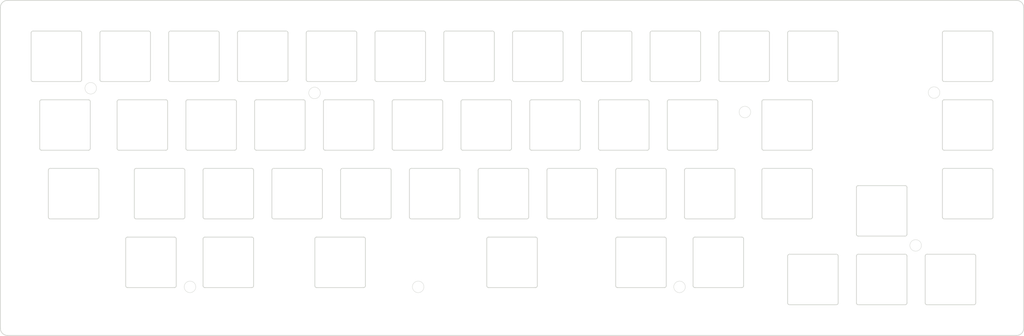
<source format=kicad_pcb>
(kicad_pcb (version 20211014) (generator pcbnew)

  (general
    (thickness 1.6)
  )

  (paper "A3")
  (layers
    (0 "F.Cu" signal)
    (31 "B.Cu" signal)
    (32 "B.Adhes" user "B.Adhesive")
    (33 "F.Adhes" user "F.Adhesive")
    (34 "B.Paste" user)
    (35 "F.Paste" user)
    (36 "B.SilkS" user "B.Silkscreen")
    (37 "F.SilkS" user "F.Silkscreen")
    (38 "B.Mask" user)
    (39 "F.Mask" user)
    (40 "Dwgs.User" user "User.Drawings")
    (41 "Cmts.User" user "User.Comments")
    (42 "Eco1.User" user "User.Eco1")
    (43 "Eco2.User" user "User.Eco2")
    (44 "Edge.Cuts" user)
    (45 "Margin" user)
    (46 "B.CrtYd" user "B.Courtyard")
    (47 "F.CrtYd" user "F.Courtyard")
    (48 "B.Fab" user)
    (49 "F.Fab" user)
    (50 "User.1" user)
    (51 "User.2" user)
    (52 "User.3" user)
    (53 "User.4" user)
    (54 "User.5" user)
    (55 "User.6" user)
    (56 "User.7" user)
    (57 "User.8" user)
    (58 "User.9" user)
  )

  (setup
    (pad_to_mask_clearance 0)
    (pcbplotparams
      (layerselection 0x00010fc_ffffffff)
      (disableapertmacros false)
      (usegerberextensions false)
      (usegerberattributes true)
      (usegerberadvancedattributes true)
      (creategerberjobfile true)
      (svguseinch false)
      (svgprecision 6)
      (excludeedgelayer true)
      (plotframeref false)
      (viasonmask false)
      (mode 1)
      (useauxorigin false)
      (hpglpennumber 1)
      (hpglpenspeed 20)
      (hpglpendiameter 15.000000)
      (dxfpolygonmode true)
      (dxfimperialunits true)
      (dxfusepcbnewfont true)
      (psnegative false)
      (psa4output false)
      (plotreference true)
      (plotvalue true)
      (plotinvisibletext false)
      (sketchpadsonfab false)
      (subtractmaskfromsilk false)
      (outputformat 1)
      (mirror false)
      (drillshape 1)
      (scaleselection 1)
      (outputdirectory "")
    )
  )

  (net 0 "")

  (gr_circle (center 264.5 109.5) (end 266.1 109.5) (layer "Edge.Cuts") (width 0.1) (fill none) (tstamp 007dcc03-25f1-42ef-8c0e-0ceb0298f600))
  (gr_line (start 210.16875 125.14375) (end 223.16875 125.14375) (layer "Edge.Cuts") (width 0.2) (tstamp 00bb7e39-0320-4f8b-99d9-2e5da83ead4f))
  (gr_line (start 333.20625 106.59375) (end 333.20625 119.59375) (layer "Edge.Cuts") (width 0.2) (tstamp 01b31220-8e1d-4c17-848a-15a91494125c))
  (gr_arc (start 289.84375 148.95625) (mid 290.197303 149.102697) (end 290.34375 149.45625) (layer "Edge.Cuts") (width 0.2) (tstamp 01b8eedd-ae74-4b45-b73d-938715e52646))
  (gr_arc (start 127.91875 144.19375) (mid 128.272303 144.340197) (end 128.41875 144.69375) (layer "Edge.Cuts") (width 0.2) (tstamp 028d74fa-2f16-4c3a-8428-3fa4a4bf7912))
  (gr_line (start 233.19375 87.54375) (end 233.19375 100.54375) (layer "Edge.Cuts") (width 0.2) (tstamp 02de82f7-d081-4ff2-a487-004794c1ccb0))
  (gr_arc (start 256.50625 106.09375) (mid 256.859803 106.240197) (end 257.00625 106.59375) (layer "Edge.Cuts") (width 0.2) (tstamp 0382df89-cfce-4ecb-86c3-af3dc1a484c7))
  (gr_arc (start 128.41875 157.69375) (mid 128.272303 158.047303) (end 127.91875 158.19375) (layer "Edge.Cuts") (width 0.2) (tstamp 040be09b-fff3-440f-913b-b09021edb710))
  (gr_line (start 229.21875 158.19375) (end 242.21875 158.19375) (layer "Edge.Cuts") (width 0.2) (tstamp 06054932-80b8-49cb-8902-394614383fcf))
  (gr_line (start 67.29375 87.04375) (end 80.29375 87.04375) (layer "Edge.Cuts") (width 0.2) (tstamp 067a2a23-7727-44e8-83ff-89b72a1f17eb))
  (gr_line (start 118.89375 87.54375) (end 118.89375 100.54375) (layer "Edge.Cuts") (width 0.2) (tstamp 06cd6ad9-8f23-4fb2-9ca5-2f12265fff35))
  (gr_arc (start 200.14375 87.54375) (mid 200.290197 87.190197) (end 200.64375 87.04375) (layer "Edge.Cuts") (width 0.2) (tstamp 07230e7e-be2d-4f54-a4ea-cd0f9b733a3c))
  (gr_arc (start 319.70625 120.09375) (mid 319.352697 119.947303) (end 319.20625 119.59375) (layer "Edge.Cuts") (width 0.2) (tstamp 0748c737-e6ad-4092-ba33-c30621f2f1ad))
  (gr_line (start 228.71875 125.64375) (end 228.71875 138.64375) (layer "Edge.Cuts") (width 0.2) (tstamp 088b7da3-416c-4131-900f-d8713892ebfb))
  (gr_arc (start 95.36875 125.64375) (mid 95.515197 125.290197) (end 95.86875 125.14375) (layer "Edge.Cuts") (width 0.2) (tstamp 0a917514-9300-4147-936c-793c5f16fdf6))
  (gr_line (start 228.71875 144.69375) (end 228.71875 157.69375) (layer "Edge.Cuts") (width 0.2) (tstamp 0b4ecec9-9f49-4c50-942d-2d643a6ae2ad))
  (gr_arc (start 128.41875 138.64375) (mid 128.272303 138.997303) (end 127.91875 139.14375) (layer "Edge.Cuts") (width 0.2) (tstamp 0bb01070-edf8-42ae-9796-9b6d243928c1))
  (gr_line (start 128.70625 106.59375) (end 128.70625 119.59375) (layer "Edge.Cuts") (width 0.2) (tstamp 0c3a3f9a-ba40-4124-a117-617e6829d1dd))
  (gr_line (start 319.70625 87.04375) (end 332.70625 87.04375) (layer "Edge.Cuts") (width 0.2) (tstamp 0c52508e-d623-46ca-96be-7c2dfd9325a8))
  (gr_line (start 269.7 139.14375) (end 282.7 139.14375) (layer "Edge.Cuts") (width 0.2) (tstamp 0d01f4e1-831c-48ad-ad96-d0fdbda0c65a))
  (gr_line (start 283.2 125.64375) (end 283.2 138.64375) (layer "Edge.Cuts") (width 0.2) (tstamp 0d2e0cb7-b4a2-4606-98ca-13501e04917d))
  (gr_line (start 295.89375 143.90625) (end 308.89375 143.90625) (layer "Edge.Cuts") (width 0.2) (tstamp 0d3254bf-663d-4592-ac31-764aadc8bb69))
  (gr_arc (start 93.4875 158.19375) (mid 93.133979 158.047286) (end 92.9875 157.69375) (layer "Edge.Cuts") (width 0.2) (tstamp 0dde29e7-2dad-4327-b953-f503730246b4))
  (gr_line (start 191.11875 139.14375) (end 204.11875 139.14375) (layer "Edge.Cuts") (width 0.2) (tstamp 0de1de40-265a-4443-a5cf-b0b7ffeabd9b))
  (gr_line (start 185.56875 125.64375) (end 185.56875 138.64375) (layer "Edge.Cuts") (width 0.2) (tstamp 0ee54604-3a98-4747-b34a-739f136548ca))
  (gr_line (start 309.39375 130.40625) (end 309.39375 143.40625) (layer "Edge.Cuts") (width 0.2) (tstamp 0f3e88c5-7c59-4bbe-8cca-5d23c28ec822))
  (gr_line (start 193.5 158.19375) (end 206.5 158.19375) (layer "Edge.Cuts") (width 0.2) (tstamp 0fccb43f-8adb-4d51-b468-cb0318efd15c))
  (gr_arc (start 276.34375 87.54375) (mid 276.490197 87.190197) (end 276.84375 87.04375) (layer "Edge.Cuts") (width 0.2) (tstamp 102aab35-7cb0-413e-9630-c4650f45d7b2))
  (gr_arc (start 190.61875 125.64375) (mid 190.765197 125.290197) (end 191.11875 125.14375) (layer "Edge.Cuts") (width 0.2) (tstamp 11535ec8-8145-44a9-ad1d-1ffea43fda42))
  (gr_arc (start 83.175 119.59375) (mid 83.028556 119.947321) (end 82.675 120.09375) (layer "Edge.Cuts") (width 0.2) (tstamp 13309a3d-7bd9-4761-97fe-2d653f2c09aa))
  (gr_line (start 86.34375 87.04375) (end 99.34375 87.04375) (layer "Edge.Cuts") (width 0.2) (tstamp 13f2829a-47f9-4fa9-8c9f-762937f7f0fe))
  (gr_arc (start 341.73125 169.48125) (mid 341.145508 170.895508) (end 339.73125 171.48125) (layer "Edge.Cuts") (width 0.2) (tstamp 1529fcfc-7476-4c0e-a6a9-3dbee500cda7))
  (gr_line (start 95.36875 125.64375) (end 95.36875 138.64375) (layer "Edge.Cuts") (width 0.2) (tstamp 16deb940-27af-4bee-8964-2f87efb5aa70))
  (gr_arc (start 247.76875 125.64375) (mid 247.915197 125.290197) (end 248.26875 125.14375) (layer "Edge.Cuts") (width 0.2) (tstamp 171bc100-4e97-4a46-a8b2-519f971d23d4))
  (gr_line (start 219.69375 87.04375) (end 232.69375 87.04375) (layer "Edge.Cuts") (width 0.2) (tstamp 1917be76-1854-4504-926a-e4b5144fd7d2))
  (gr_circle (center 110.8 158) (end 112.4 158) (layer "Edge.Cuts") (width 0.1) (fill none) (tstamp 1973518f-7b3b-4ace-bca5-47e218a941ce))
  (gr_line (start 105.39375 101.04375) (end 118.39375 101.04375) (layer "Edge.Cuts") (width 0.2) (tstamp 1ba28633-4b04-4853-864a-909e1026eeec))
  (gr_arc (start 146.96875 125.14375) (mid 147.322303 125.290197) (end 147.46875 125.64375) (layer "Edge.Cuts") (width 0.2) (tstamp 1d576fc7-b839-402b-b18c-136a2b585195))
  (gr_arc (start 204.11875 125.14375) (mid 204.472303 125.290197) (end 204.61875 125.64375) (layer "Edge.Cuts") (width 0.2) (tstamp 1e0729ee-a421-44f0-8104-670ded23382f))
  (gr_line (start 109.65625 106.59375) (end 109.65625 119.59375) (layer "Edge.Cuts") (width 0.2) (tstamp 1e6f0662-fea0-4190-91f2-e3f124626ed2))
  (gr_arc (start 237.95625 119.59375) (mid 237.809803 119.947303) (end 237.45625 120.09375) (layer "Edge.Cuts") (width 0.2) (tstamp 1e9ba123-d7e8-416c-8125-ade567450494))
  (gr_line (start 143.49375 87.04375) (end 156.49375 87.04375) (layer "Edge.Cuts") (width 0.2) (tstamp 1fac57c6-715d-442f-b4cc-2a0b5a6a9555))
  (gr_arc (start 176.04375 100.54375) (mid 175.897303 100.897303) (end 175.54375 101.04375) (layer "Edge.Cuts") (width 0.2) (tstamp 2010faaf-7820-44a5-baf6-586936d991c2))
  (gr_arc (start 185.56875 138.64375) (mid 185.422303 138.997303) (end 185.06875 139.14375) (layer "Edge.Cuts") (width 0.2) (tstamp 209dc3b4-d4d1-48b3-9e4f-214ee79717a2))
  (gr_arc (start 269.2 125.64375) (mid 269.346444 125.290179) (end 269.7 125.14375) (layer "Edge.Cuts") (width 0.2) (tstamp 209df646-ca51-4684-b7a7-0675b6df2881))
  (gr_line (start 137.94375 87.54375) (end 137.94375 100.54375) (layer "Edge.Cuts") (width 0.2) (tstamp 20afeee9-7032-403e-9b15-b4095d866d3a))
  (gr_arc (start 185.06875 125.14375) (mid 185.422303 125.290197) (end 185.56875 125.64375) (layer "Edge.Cuts") (width 0.2) (tstamp 20b5b2b9-9126-4efd-8be2-f2f049c88c0e))
  (gr_arc (start 123.15625 106.09375) (mid 123.509803 106.240197) (end 123.65625 106.59375) (layer "Edge.Cuts") (width 0.2) (tstamp 20e63062-f70d-4e61-8b67-159708697773))
  (gr_line (start 283.2 106.59375) (end 283.2 119.59375) (layer "Edge.Cuts") (width 0.2) (tstamp 219dd80a-197a-4715-99e4-06f2a5906fc8))
  (gr_line (start 147.75625 106.59375) (end 147.75625 119.59375) (layer "Edge.Cuts") (width 0.2) (tstamp 21a5462d-8735-4418-8ff1-439d993dcbcc))
  (gr_arc (start 110.15625 120.09375) (mid 109.802697 119.947303) (end 109.65625 119.59375) (layer "Edge.Cuts") (width 0.2) (tstamp 228fe917-c982-4751-b29e-83040e43dd57))
  (gr_line (start 229.21875 144.19375) (end 242.21875 144.19375) (layer "Edge.Cuts") (width 0.2) (tstamp 22ecf803-e863-4093-8837-87fdb54111fb))
  (gr_line (start 319.70625 139.14375) (end 332.70625 139.14375) (layer "Edge.Cuts") (width 0.2) (tstamp 231ba34f-adba-4e01-94a3-3e95282312ee))
  (gr_arc (start 109.65625 106.59375) (mid 109.802697 106.240197) (end 110.15625 106.09375) (layer "Edge.Cuts") (width 0.2) (tstamp 241647bd-fff1-4ca7-a28a-f8f6b7a34709))
  (gr_arc (start 71.55625 125.64375) (mid 71.702697 125.290197) (end 72.05625 125.14375) (layer "Edge.Cuts") (width 0.2) (tstamp 24f21eb2-b633-452f-bbc4-5c12e9bc24c1))
  (gr_line (start 276.84375 87.04375) (end 289.84375 87.04375) (layer "Edge.Cuts") (width 0.2) (tstamp 2589232e-e2f5-4b12-a93c-a10083419de6))
  (gr_arc (start 199.85625 119.59375) (mid 199.709803 119.947303) (end 199.35625 120.09375) (layer "Edge.Cuts") (width 0.2) (tstamp 25cc0180-9b0d-4d51-bf14-f74b01e928e0))
  (gr_line (start 186.35625 120.09375) (end 199.35625 120.09375) (layer "Edge.Cuts") (width 0.2) (tstamp 262b4754-74a2-4f64-8787-1337f16c28b7))
  (gr_line (start 109.36875 125.64375) (end 109.36875 138.64375) (layer "Edge.Cuts") (width 0.2) (tstamp 271aaf44-5321-4802-8759-94186cd4e659))
  (gr_line (start 60.26875 78.51875) (end 339.73125 78.51875) (layer "Edge.Cuts") (width 0.2) (tstamp 2a0a1817-4ffe-4025-8443-71de41d4f54e))
  (gr_line (start 148.25625 120.09375) (end 161.25625 120.09375) (layer "Edge.Cuts") (width 0.2) (tstamp 2a0ad6c3-9c27-4ddd-a508-c3c57ddf1ce6))
  (gr_line (start 124.44375 87.04375) (end 137.44375 87.04375) (layer "Edge.Cuts") (width 0.2) (tstamp 2a73e741-5233-4d73-ac50-85cdefd70834))
  (gr_line (start 166.51875 125.64375) (end 166.51875 138.64375) (layer "Edge.Cuts") (width 0.2) (tstamp 2a8fcf34-885f-431b-91b9-09a37261918a))
  (gr_arc (start 271.29375 100.54375) (mid 271.147303 100.897303) (end 270.79375 101.04375) (layer "Edge.Cuts") (width 0.2) (tstamp 2a954b8a-c106-4828-9194-d25bb472545a))
  (gr_line (start 238.74375 101.04375) (end 251.74375 101.04375) (layer "Edge.Cuts") (width 0.2) (tstamp 2c1673d7-153e-448d-8cb7-75f42f8645ad))
  (gr_line (start 69.675 106.09375) (end 82.675 106.09375) (layer "Edge.Cuts") (width 0.2) (tstamp 2cc20356-663d-4777-87c2-82f69a193bb4))
  (gr_arc (start 108.86875 125.14375) (mid 109.222303 125.290197) (end 109.36875 125.64375) (layer "Edge.Cuts") (width 0.2) (tstamp 2de4327d-4711-45b6-a855-76bc26eb3ee2))
  (gr_arc (start 242.71875 157.69375) (mid 242.572303 158.047303) (end 242.21875 158.19375) (layer "Edge.Cuts") (width 0.2) (tstamp 2df820f6-d389-4b9b-b129-e2defcac3280))
  (gr_line (start 72.05625 125.14375) (end 85.05625 125.14375) (layer "Edge.Cuts") (width 0.2) (tstamp 2e71abed-4364-40ac-a9cf-06be067d799e))
  (gr_arc (start 159.375 157.69375) (mid 159.228556 158.047321) (end 158.875 158.19375) (layer "Edge.Cuts") (width 0.2) (tstamp 2edd1a26-e9eb-47db-b910-721b696604ca))
  (gr_line (start 238.74375 87.04375) (end 251.74375 87.04375) (layer "Edge.Cuts") (width 0.2) (tstamp 2fe16daa-7aa2-49a7-816f-0813773941a6))
  (gr_line (start 186.35625 106.09375) (end 199.35625 106.09375) (layer "Edge.Cuts") (width 0.2) (tstamp 30576ea5-c976-471c-93fe-de4100b2e253))
  (gr_line (start 319.70625 125.14375) (end 332.70625 125.14375) (layer "Edge.Cuts") (width 0.2) (tstamp 307c7e7b-0247-470a-a144-9be24ff34bc5))
  (gr_line (start 229.21875 139.14375) (end 242.21875 139.14375) (layer "Edge.Cuts") (width 0.2) (tstamp 30f29e7e-89ee-4728-8fab-b2fe8d38a77e))
  (gr_line (start 104.89375 87.54375) (end 104.89375 100.54375) (layer "Edge.Cuts") (width 0.2) (tstamp 31d7697d-8c31-4e16-9cee-6cde39a8dd39))
  (gr_line (start 180.80625 106.59375) (end 180.80625 119.59375) (layer "Edge.Cuts") (width 0.2) (tstamp 328849f5-a073-41dd-9c6a-f127eed1acba))
  (gr_line (start 328.44375 149.45625) (end 328.44375 162.45625) (layer "Edge.Cuts") (width 0.2) (tstamp 32c9c653-da6b-4d69-b4a7-2d02124fd436))
  (gr_line (start 142.70625 106.59375) (end 142.70625 119.59375) (layer "Edge.Cuts") (width 0.2) (tstamp 32f401b6-8c86-4dd7-831d-3f29a1d1e26b))
  (gr_line (start 167.30625 120.09375) (end 180.30625 120.09375) (layer "Edge.Cuts") (width 0.2) (tstamp 3389f706-2395-44c7-b659-dbc5d16902e0))
  (gr_line (start 257.79375 101.04375) (end 270.79375 101.04375) (layer "Edge.Cuts") (width 0.2) (tstamp 34f5c133-b43b-49e4-940d-efaea3e6ef30))
  (gr_arc (start 180.30625 106.09375) (mid 180.659803 106.240197) (end 180.80625 106.59375) (layer "Edge.Cuts") (width 0.2) (tstamp 3576a46f-830b-4e04-9f67-076e734cdb9c))
  (gr_arc (start 143.49375 101.04375) (mid 143.140197 100.897303) (end 142.99375 100.54375) (layer "Edge.Cuts") (width 0.2) (tstamp 3580fc25-9b60-4bfb-ba12-2a5dabe09d57))
  (gr_arc (start 114.41875 125.64375) (mid 114.565197 125.290197) (end 114.91875 125.14375) (layer "Edge.Cuts") (width 0.2) (tstamp 35a339f4-5d9d-42a4-a0e9-69a365d7b80d))
  (gr_arc (start 204.61875 138.64375) (mid 204.472303 138.997303) (end 204.11875 139.14375) (layer "Edge.Cuts") (width 0.2) (tstamp 36602bed-d21d-468a-86d5-ee94b01c9072))
  (gr_arc (start 194.59375 87.04375) (mid 194.947303 87.190197) (end 195.09375 87.54375) (layer "Edge.Cuts") (width 0.2) (tstamp 38803f2f-5c29-4b7a-9ec6-a13f411b16c8))
  (gr_arc (start 319.70625 139.14375) (mid 319.352697 138.997303) (end 319.20625 138.64375) (layer "Edge.Cuts") (width 0.2) (tstamp 389fdf48-e709-4c1a-a2ad-026558339660))
  (gr_line (start 83.175 106.59375) (end 83.175 119.59375) (layer "Edge.Cuts") (width 0.2) (tstamp 3a5c2539-5829-4848-821f-72e13e9e8941))
  (gr_line (start 276.84375 101.04375) (end 289.84375 101.04375) (layer "Edge.Cuts") (width 0.2) (tstamp 3c4e5e84-e365-45cb-98c8-c265bf9f2e9e))
  (gr_line (start 243.00625 106.59375) (end 243.00625 119.59375) (layer "Edge.Cuts") (width 0.2) (tstamp 3c8369b9-a5d0-40bf-8205-e4efa86b358e))
  (gr_line (start 250.65 144.19375) (end 263.65 144.19375) (layer "Edge.Cuts") (width 0.2) (tstamp 3cb93a58-5d48-4d53-9265-f22c2033ef1d))
  (gr_line (start 248.26875 139.14375) (end 261.26875 139.14375) (layer "Edge.Cuts") (width 0.2) (tstamp 3db557f8-59aa-4b6f-b2de-74199985031e))
  (gr_line (start 153.01875 139.14375) (end 166.01875 139.14375) (layer "Edge.Cuts") (width 0.2) (tstamp 3e1d418a-1fc1-402e-b0db-538539202b5f))
  (gr_line (start 333.20625 87.54375) (end 333.20625 100.54375) (layer "Edge.Cuts") (width 0.2) (tstamp 3e2b7c8d-9dc6-4eed-b08d-ce58a8f4e993))
  (gr_line (start 219.69375 101.04375) (end 232.69375 101.04375) (layer "Edge.Cuts") (width 0.2) (tstamp 3e8e0d47-c7d3-498c-ab9a-dbb89bf889f6))
  (gr_line (start 218.90625 106.59375) (end 218.90625 119.59375) (layer "Edge.Cuts") (width 0.2) (tstamp 3f5696de-7948-4b52-a4e9-b0584618b0b2))
  (gr_line (start 114.41875 125.64375) (end 114.41875 138.64375) (layer "Edge.Cuts") (width 0.2) (tstamp 403438b9-4e45-4530-bf09-f61c594c3db8))
  (gr_line (start 229.21875 125.14375) (end 242.21875 125.14375) (layer "Edge.Cuts") (width 0.2) (tstamp 41866d6f-8bfe-4dc4-95e2-0a93c1b0908b))
  (gr_arc (start 137.44375 87.04375) (mid 137.797303 87.190197) (end 137.94375 87.54375) (layer "Edge.Cuts") (width 0.2) (tstamp 4216c2ab-8b44-49e7-98a6-e006e5070e1f))
  (gr_line (start 224.45625 106.09375) (end 237.45625 106.09375) (layer "Edge.Cuts") (width 0.2) (tstamp 423b68a7-3f83-44d4-962a-3f287e720156))
  (gr_line (start 66.79375 87.54375) (end 66.79375 100.54375) (layer "Edge.Cuts") (width 0.2) (tstamp 428d1a9b-ce66-4066-a1cf-e7a09da1e595))
  (gr_arc (start 166.80625 106.59375) (mid 166.952697 106.240197) (end 167.30625 106.09375) (layer "Edge.Cuts") (width 0.2) (tstamp 42d53e3b-616c-4f0e-b196-b9c9d130d3ee))
  (gr_line (start 114.91875 125.14375) (end 127.91875 125.14375) (layer "Edge.Cuts") (width 0.2) (tstamp 43434b5f-18bb-4630-8d0c-15cf77f5581a))
  (gr_arc (start 166.51875 138.64375) (mid 166.372303 138.997303) (end 166.01875 139.14375) (layer "Edge.Cuts") (width 0.2) (tstamp 44f8e59a-1b48-426e-8a3c-33890926dc4a))
  (gr_line (start 162.04375 87.54375) (end 162.04375 100.54375) (layer "Edge.Cuts") (width 0.2) (tstamp 459feb97-93ee-45e7-a787-e2c1e1907ca2))
  (gr_arc (start 161.75625 119.59375) (mid 161.609803 119.947303) (end 161.25625 120.09375) (layer "Edge.Cuts") (width 0.2) (tstamp 45c25200-9280-433e-b6ae-df7a9928434b))
  (gr_line (start 295.89375 129.90625) (end 308.89375 129.90625) (layer "Edge.Cuts") (width 0.2) (tstamp 46cf0c19-cb97-41b7-b527-10f0bfef21aa))
  (gr_arc (start 257.29375 87.54375) (mid 257.440197 87.190197) (end 257.79375 87.04375) (layer "Edge.Cuts") (width 0.2) (tstamp 471242ab-2d52-4dbd-9010-68ddd68c60f7))
  (gr_arc (start 229.21875 158.19375) (mid 228.865197 158.047303) (end 228.71875 157.69375) (layer "Edge.Cuts") (width 0.2) (tstamp 477872c8-d670-4583-a9ce-e095500d3790))
  (gr_arc (start 99.84375 100.54375) (mid 99.697303 100.897303) (end 99.34375 101.04375) (layer "Edge.Cuts") (width 0.2) (tstamp 487cc75d-cbd1-479a-90ca-04b7393cb638))
  (gr_line (start 219.19375 87.54375) (end 219.19375 100.54375) (layer "Edge.Cuts") (width 0.2) (tstamp 488b06a7-584e-44e9-bf78-7003f3b3a033))
  (gr_line (start 224.45625 120.09375) (end 237.45625 120.09375) (layer "Edge.Cuts") (width 0.2) (tstamp 49317181-0098-44a4-bcff-552c17432a59))
  (gr_arc (start 124.44375 101.04375) (mid 124.090197 100.897303) (end 123.94375 100.54375) (layer "Edge.Cuts") (width 0.2) (tstamp 49352857-4089-4c2e-bdcb-8b66aa273cf7))
  (gr_line (start 123.94375 87.54375) (end 123.94375 100.54375) (layer "Edge.Cuts") (width 0.2) (tstamp 495d4409-d021-4284-9651-3bc2d93a1dcf))
  (gr_arc (start 161.25625 106.09375) (mid 161.609803 106.240197) (end 161.75625 106.59375) (layer "Edge.Cuts") (width 0.2) (tstamp 498b9dd5-91c5-40f9-aa79-3bad53629a46))
  (gr_line (start 210.16875 139.14375) (end 223.16875 139.14375) (layer "Edge.Cuts") (width 0.2) (tstamp 4a05403c-2231-4cb0-9a31-1f38c2c765a8))
  (gr_line (start 237.95625 106.59375) (end 237.95625 119.59375) (layer "Edge.Cuts") (width 0.2) (tstamp 4a7c1556-968d-4d36-a1a2-8a19e3d744d0))
  (gr_circle (center 316.9 104.1) (end 318.5 104.1) (layer "Edge.Cuts") (width 0.1) (fill none) (tstamp 4a9d520f-47cc-4823-be52-35c173dc7a55))
  (gr_line (start 207 144.69375) (end 207 157.69375) (layer "Edge.Cuts") (width 0.2) (tstamp 4aa80375-e9eb-42fa-9690-89f6b9852c1d))
  (gr_line (start 172.06875 139.14375) (end 185.06875 139.14375) (layer "Edge.Cuts") (width 0.2) (tstamp 4b41f8de-ad70-440a-8756-66fbaf3062ea))
  (gr_arc (start 128.70625 106.59375) (mid 128.852697 106.240197) (end 129.20625 106.09375) (layer "Edge.Cuts") (width 0.2) (tstamp 4b8a7275-f00b-4d87-b769-2770e2f6db34))
  (gr_line (start 204.61875 125.64375) (end 204.61875 138.64375) (layer "Edge.Cuts") (width 0.2) (tstamp 4c823392-bd69-4df5-8b8c-e3134cd016de))
  (gr_circle (center 311.8 146.5) (end 313.4 146.5) (layer "Edge.Cuts") (width 0.1) (fill none) (tstamp 4cd4a435-e450-453f-8177-34121e96d2c1))
  (gr_line (start 67.29375 101.04375) (end 80.29375 101.04375) (layer "Edge.Cuts") (width 0.2) (tstamp 4d2de3d1-b2aa-467f-9df6-c178ab136931))
  (gr_line (start 314.94375 148.95625) (end 327.94375 148.95625) (layer "Edge.Cuts") (width 0.2) (tstamp 4e008bb6-17f4-474d-8c66-9045c7dbb136))
  (gr_arc (start 193 144.69375) (mid 193.146444 144.340179) (end 193.5 144.19375) (layer "Edge.Cuts") (width 0.2) (tstamp 4e689e64-1634-4c11-b13c-6c39b051b249))
  (gr_arc (start 328.44375 162.45625) (mid 328.297303 162.809803) (end 327.94375 162.95625) (layer "Edge.Cuts") (width 0.2) (tstamp 506db008-e07d-4d5a-8375-bcb641d68261))
  (gr_line (start 248.26875 125.14375) (end 261.26875 125.14375) (layer "Edge.Cuts") (width 0.2) (tstamp 509c3cef-e8c7-4ce1-b6c2-6a1ec37f95cf))
  (gr_line (start 319.70625 120.09375) (end 332.70625 120.09375) (layer "Edge.Cuts") (width 0.2) (tstamp 52977fc7-4dfc-44b8-a942-56ee6a1542ee))
  (gr_arc (start 80.29375 87.04375) (mid 80.647303 87.190197) (end 80.79375 87.54375) (layer "Edge.Cuts") (width 0.2) (tstamp 52ad38f2-6343-4c1a-9014-0b9abfad050a))
  (gr_line (start 145.875 144.19375) (end 158.875 144.19375) (layer "Edge.Cuts") (width 0.2) (tstamp 53d9a016-d903-4f59-9e56-b37ba9b6e502))
  (gr_arc (start 319.20625 106.59375) (mid 319.352697 106.240197) (end 319.70625 106.09375) (layer "Edge.Cuts") (width 0.2) (tstamp 53f4b241-9a9a-4001-9ca4-2155b03142c9))
  (gr_line (start 257.79375 87.04375) (end 270.79375 87.04375) (layer "Edge.Cuts") (width 0.2) (tstamp 54af775a-0d10-4479-8ec0-1a53fb4372ef))
  (gr_line (start 269.2 125.64375) (end 269.2 138.64375) (layer "Edge.Cuts") (width 0.2) (tstamp 550034eb-455b-4379-ac47-dc88b81cc899))
  (gr_arc (start 114.41875 144.69375) (mid 114.565197 144.340197) (end 114.91875 144.19375) (layer "Edge.Cuts") (width 0.2) (tstamp 55d7d438-221d-4fd8-b747-dbe8079dadce))
  (gr_circle (center 145.3 104.2) (end 146.9 104.2) (layer "Edge.Cuts") (width 0.1) (fill none) (tstamp 56065dcf-0567-44a5-9c3b-bc02db0f25eb))
  (gr_line (start 128.41875 125.64375) (end 128.41875 138.64375) (layer "Edge.Cuts") (width 0.2) (tstamp 5624a69f-4445-4a1d-8606-2a548c543677))
  (gr_line (start 295.89375 162.95625) (end 308.89375 162.95625) (layer "Edge.Cuts") (width 0.2) (tstamp 569c13ae-d15e-44d9-bea6-0c612cb7f165))
  (gr_line (start 129.20625 120.09375) (end 142.20625 120.09375) (layer "Edge.Cuts") (width 0.2) (tstamp 572987f0-e7bc-4ce1-9efc-220a0d38cd63))
  (gr_arc (start 195.09375 100.54375) (mid 194.947303 100.897303) (end 194.59375 101.04375) (layer "Edge.Cuts") (width 0.2) (tstamp 57590270-55b8-4e81-b4da-9caf654b688e))
  (gr_arc (start 91.10625 120.09375) (mid 90.752697 119.947303) (end 90.60625 119.59375) (layer "Edge.Cuts") (width 0.2) (tstamp 57596eb4-385a-410d-8a9f-2c32f19dde71))
  (gr_arc (start 82.675 106.09375) (mid 83.028521 106.240214) (end 83.175 106.59375) (layer "Edge.Cuts") (width 0.2) (tstamp 5768d1fa-58d3-42bc-b80d-affbc8a2bad0))
  (gr_arc (start 243.00625 106.59375) (mid 243.152697 106.240197) (end 243.50625 106.09375) (layer "Edge.Cuts") (width 0.2) (tstamp 577e2ccb-ab33-4e8e-ba95-c88a8530b900))
  (gr_arc (start 242.21875 144.19375) (mid 242.572303 144.340197) (end 242.71875 144.69375) (layer "Edge.Cuts") (width 0.2) (tstamp 57c1252b-4847-46cc-b7d1-e791c9256620))
  (gr_line (start 238.24375 87.54375) (end 238.24375 100.54375) (layer "Edge.Cuts") (width 0.2) (tstamp 598adbc8-0b5b-4dc4-b6f9-961a4c67f693))
  (gr_arc (start 213.64375 87.04375) (mid 213.997303 87.190197) (end 214.14375 87.54375) (layer "Edge.Cuts") (width 0.2) (tstamp 59c8b42a-defd-4d34-9a2b-ead575d7d08b))
  (gr_arc (start 269.7 120.09375) (mid 269.346479 119.947286) (end 269.2 119.59375) (layer "Edge.Cuts") (width 0.2) (tstamp 5c137b39-0516-4db9-be2a-76225192f048))
  (gr_arc (start 180.80625 119.59375) (mid 180.659803 119.947303) (end 180.30625 120.09375) (layer "Edge.Cuts") (width 0.2) (tstamp 5c837f5f-0c35-42c7-b67a-8c4a0938516f))
  (gr_line (start 191.11875 125.14375) (end 204.11875 125.14375) (layer "Edge.Cuts") (width 0.2) (tstamp 5d1c84fa-d13a-4213-9110-63b61b8c8e12))
  (gr_arc (start 228.71875 125.64375) (mid 228.865197 125.290197) (end 229.21875 125.14375) (layer "Edge.Cuts") (width 0.2) (tstamp 5dd0981d-a0e7-445d-a18d-1a101975c32f))
  (gr_arc (start 104.89375 87.54375) (mid 105.040197 87.190197) (end 105.39375 87.04375) (layer "Edge.Cuts") (width 0.2) (tstamp 5dda0dd4-462d-42d6-ab82-8eb8bb5fd64f))
  (gr_line (start 200.64375 101.04375) (end 213.64375 101.04375) (layer "Edge.Cuts") (width 0.2) (tstamp 5eeb7ecc-4e94-441b-8737-6d634f00f2cc))
  (gr_line (start 269.7 106.09375) (end 282.7 106.09375) (layer "Edge.Cuts") (width 0.2) (tstamp 5f6f890d-ee19-4d48-8cc0-d7a548fb7971))
  (gr_arc (start 206.5 144.19375) (mid 206.853521 144.340214) (end 207 144.69375) (layer "Edge.Cuts") (width 0.2) (tstamp 601c215a-e381-4965-adcd-d926f0314cd3))
  (gr_arc (start 333.20625 138.64375) (mid 333.059803 138.997303) (end 332.70625 139.14375) (layer "Edge.Cuts") (width 0.2) (tstamp 615ec2e3-12cf-467c-b4d6-0c7879db0800))
  (gr_arc (start 309.39375 162.45625) (mid 309.247303 162.809803) (end 308.89375 162.95625) (layer "Edge.Cuts") (width 0.2) (tstamp 6226b87d-60e3-4249-ae5c-18dfecc1caf3))
  (gr_arc (start 69.175 106.59375) (mid 69.321447 106.240197) (end 69.675 106.09375) (layer "Edge.Cuts") (width 0.2) (tstamp 6236b4c0-02ce-4163-abea-2c980ec023d3))
  (gr_arc (start 142.70625 119.59375) (mid 142.559803 119.947303) (end 142.20625 120.09375) (layer "Edge.Cuts") (width 0.2) (tstamp 63f9af49-8d28-4806-89f1-903cb96de6f6))
  (gr_arc (start 333.20625 100.54375) (mid 333.059803 100.897303) (end 332.70625 101.04375) (layer "Edge.Cuts") (width 0.2) (tstamp 6484ce97-c94e-4996-b726-6cb9cac60be9))
  (gr_arc (start 142.99375 87.54375) (mid 143.140197 87.190197) (end 143.49375 87.04375) (layer "Edge.Cuts") (width 0.2) (tstamp 64983dfb-b329-4ffc-a2c8-d7331664cb73))
  (gr_arc (start 145.375 144.69375) (mid 145.521444 144.340179) (end 145.875 144.19375) (layer "Edge.Cuts") (width 0.2) (tstamp 64a2bfad-7baf-4032-b06b-cdeebe103da9))
  (gr_line (start 261.76875 125.64375) (end 261.76875 138.64375) (layer "Edge.Cuts") (width 0.2) (tstamp 68ed2e03-0d63-43fb-aafe-1b5deb85be22))
  (gr_arc (start 251.74375 87.04375) (mid 252.097303 87.190197) (end 252.24375 87.54375) (layer "Edge.Cuts") (width 0.2) (tstamp 6997feb9-5f6d-490b-af81-9d298bb6a6c5))
  (gr_arc (start 133.46875 125.64375) (mid 133.615197 125.290197) (end 133.96875 125.14375) (layer "Edge.Cuts") (width 0.2) (tstamp 6c3dae56-d116-4b09-aeba-9a758fd0a718))
  (gr_arc (start 127.91875 125.14375) (mid 128.272303 125.290197) (end 128.41875 125.64375) (layer "Edge.Cuts") (width 0.2) (tstamp 6cc16982-c91e-4b2d-9b7c-43884da97595))
  (gr_arc (start 333.20625 119.59375) (mid 333.059803 119.947303) (end 332.70625 120.09375) (layer "Edge.Cuts") (width 0.2) (tstamp 6da37dd8-fa42-4e9a-9484-51cdfaa6418b))
  (gr_arc (start 242.71875 138.64375) (mid 242.572303 138.997303) (end 242.21875 139.14375) (layer "Edge.Cuts") (width 0.2) (tstamp 6dee8d9f-1cc8-4c97-b4d5-d680b11b3cf3))
  (gr_arc (start 210.16875 139.14375) (mid 209.815197 138.997303) (end 209.66875 138.64375) (layer "Edge.Cuts") (width 0.2) (tstamp 6f8f9d0a-46a0-46e8-8f13-e12740e00722))
  (gr_arc (start 158.875 144.19375) (mid 159.228521 144.340214) (end 159.375 144.69375) (layer "Edge.Cuts") (width 0.2) (tstamp 6ff993f1-97a6-4720-9ff5-4406e7431add))
  (gr_arc (start 219.69375 101.04375) (mid 219.340197 100.897303) (end 219.19375 100.54375) (layer "Edge.Cuts") (width 0.2) (tstamp 70a31ad0-2a85-4e4a-9e71-d6dfea668360))
  (gr_arc (start 327.94375 148.95625) (mid 328.297303 149.102697) (end 328.44375 149.45625) (layer "Edge.Cuts") (width 0.2) (tstamp 7165d279-d914-46c5-a782-80605e4c3c98))
  (gr_line (start 93.4875 144.19375) (end 106.4875 144.19375) (layer "Edge.Cuts") (width 0.2) (tstamp 71cd9eb9-d758-4f99-85b2-72908e6b712a))
  (gr_line (start 200.14375 87.54375) (end 200.14375 100.54375) (layer "Edge.Cuts") (width 0.2) (tstamp 7236d7b9-d80a-4085-9d0e-016d07bcb764))
  (gr_arc (start 193.5 158.19375) (mid 193.146479 158.047286) (end 193 157.69375) (layer "Edge.Cuts") (width 0.2) (tstamp 749080d6-bc38-4d10-8820-8ecac1e950e2))
  (gr_line (start 123.65625 106.59375) (end 123.65625 119.59375) (layer "Edge.Cuts") (width 0.2) (tstamp 750c1b79-f495-491f-91f1-cd44e73f40a4))
  (gr_line (start 181.59375 101.04375) (end 194.59375 101.04375) (layer "Edge.Cuts") (width 0.2) (tstamp 750ebc24-8d42-4765-9788-12bd8b1fc99e))
  (gr_arc (start 185.85625 106.59375) (mid 186.002697 106.240197) (end 186.35625 106.09375) (layer "Edge.Cuts") (width 0.2) (tstamp 769affe2-f549-4a8d-852e-83d47a15db28))
  (gr_arc (start 153.01875 139.14375) (mid 152.665197 138.997303) (end 152.51875 138.64375) (layer "Edge.Cuts") (width 0.2) (tstamp 77071fce-e3f0-46f2-a1ff-5c6ab3198f0a))
  (gr_line (start 72.05625 139.14375) (end 85.05625 139.14375) (layer "Edge.Cuts") (width 0.2) (tstamp 771aa8c0-2fa7-4148-9d2c-66c17721da54))
  (gr_arc (start 162.04375 87.54375) (mid 162.190197 87.190197) (end 162.54375 87.04375) (layer "Edge.Cuts") (width 0.2) (tstamp 77294bf6-95a8-4c2e-b458-05f791ea4bfb))
  (gr_line (start 290.34375 149.45625) (end 290.34375 162.45625) (layer "Edge.Cuts") (width 0.2) (tstamp 773055ec-51c5-47ed-9855-d6d3926a5112))
  (gr_line (start 91.10625 120.09375) (end 104.10625 120.09375) (layer "Edge.Cuts") (width 0.2) (tstamp 7808139e-bd1a-4f64-ac16-467ef8fb7c84))
  (gr_arc (start 104.60625 119.59375) (mid 104.459803 119.947303) (end 104.10625 120.09375) (layer "Edge.Cuts") (width 0.2) (tstamp 7a1bea31-39e9-482e-aca3-0372a58f4389))
  (gr_arc (start 66.79375 87.54375) (mid 66.940197 87.190197) (end 67.29375 87.04375) (layer "Edge.Cuts") (width 0.2) (tstamp 7a3447b9-366a-494f-b1d1-5cc7ba63bc64))
  (gr_line (start 264.15 144.69375) (end 264.15 157.69375) (layer "Edge.Cuts") (width 0.2) (tstamp 7a8fe50d-1241-41d9-81ca-f736619003a3))
  (gr_line (start 257.00625 106.59375) (end 257.00625 119.59375) (layer "Edge.Cuts") (width 0.2) (tstamp 7afe20c4-bacf-434c-a9ab-17dcd3f924ba))
  (gr_line (start 93.4875 158.19375) (end 106.4875 158.19375) (layer "Edge.Cuts") (width 0.2) (tstamp 7c327784-c75b-4022-aca9-ffc1c6617e5e))
  (gr_line (start 319.20625 125.64375) (end 319.20625 138.64375) (layer "Edge.Cuts") (width 0.2) (tstamp 7db5e537-233d-4bf4-91cd-8535259b7953))
  (gr_arc (start 269.2 106.59375) (mid 269.346444 106.240179) (end 269.7 106.09375) (layer "Edge.Cuts") (width 0.2) (tstamp 7e947791-2899-4ac4-9f16-673e1178d589))
  (gr_arc (start 283.2 138.64375) (mid 283.053556 138.997321) (end 282.7 139.14375) (layer "Edge.Cuts") (width 0.2) (tstamp 7f787911-13c7-41e2-a0bf-c5ba5ef30ba4))
  (gr_line (start 147.46875 125.64375) (end 147.46875 138.64375) (layer "Edge.Cuts") (width 0.2) (tstamp 7f8f18d7-0c82-4d34-b356-3084b006b3cb))
  (gr_arc (start 309.39375 143.40625) (mid 309.247303 143.759803) (end 308.89375 143.90625) (layer "Edge.Cuts") (width 0.2) (tstamp 80d1a07a-3eca-426b-a849-155c4b6550b2))
  (gr_line (start 252.24375 87.54375) (end 252.24375 100.54375) (layer "Edge.Cuts") (width 0.2) (tstamp 817def8f-2ac8-4efb-b7a2-9c56a39d1dcd))
  (gr_arc (start 123.65625 119.59375) (mid 123.509803 119.947303) (end 123.15625 120.09375) (layer "Edge.Cuts") (width 0.2) (tstamp 819cc231-2e26-4439-9f89-39e3e6b2db12))
  (gr_arc (start 290.34375 100.54375) (mid 290.197303 100.897303) (end 289.84375 101.04375) (layer "Edge.Cuts") (width 0.2) (tstamp 81e9b62b-b6e2-48ae-a4a3-c26b8404eac4))
  (gr_arc (start 175.54375 87.04375) (mid 175.897303 87.190197) (end 176.04375 87.54375) (layer "Edge.Cuts") (width 0.2) (tstamp 82e8ac56-c4ed-4d0e-9ad8-a034e3ed5fb0))
  (gr_line (start 86.34375 101.04375) (end 99.34375 101.04375) (layer "Edge.Cuts") (width 0.2) (tstamp 8390801c-2eb0-47bb-a719-56dd5a530862))
  (gr_line (start 276.84375 162.95625) (end 289.84375 162.95625) (layer "Edge.Cuts") (width 0.2) (tstamp 84651fd3-a70f-4dfe-b28e-5395f5e55a9d))
  (gr_line (start 90.60625 106.59375) (end 90.60625 119.59375) (layer "Edge.Cuts") (width 0.2) (tstamp 84a96bfb-7c0b-4d43-9ba5-bb0adeab5c4c))
  (gr_arc (start 147.46875 138.64375) (mid 147.322303 138.997303) (end 146.96875 139.14375) (layer "Edge.Cuts") (width 0.2) (tstamp 84ee4f6a-3035-44d9-ae91-f98cdd2de631))
  (gr_arc (start 142.20625 106.09375) (mid 142.559803 106.240197) (end 142.70625 106.59375) (layer "Edge.Cuts") (width 0.2) (tstamp 856a131c-c3c4-47a1-abe8-bfcd54e6cfd4))
  (gr_arc (start 233.19375 100.54375) (mid 233.047303 100.897303) (end 232.69375 101.04375) (layer "Edge.Cuts") (width 0.2) (tstamp 87a800b7-9096-43ca-b04d-415a6533376a))
  (gr_arc (start 199.35625 106.09375) (mid 199.709803 106.240197) (end 199.85625 106.59375) (layer "Edge.Cuts") (width 0.2) (tstamp 87af9112-1510-4177-9b48-48deb26cfc57))
  (gr_arc (start 114.91875 139.14375) (mid 114.565197 138.997303) (end 114.41875 138.64375) (layer "Edge.Cuts") (width 0.2) (tstamp 87e8f291-09b5-4b92-8d0a-48fc77a99659))
  (gr_line (start 166.80625 106.59375) (end 166.80625 119.59375) (layer "Edge.Cuts") (width 0.2) (tstamp 897688ce-797b-4679-908d-544fa5a09c37))
  (gr_line (start 242.71875 125.64375) (end 242.71875 138.64375) (layer "Edge.Cuts") (width 0.2) (tstamp 8af0a641-0d0e-4323-b90b-8bb2fa7d3fda))
  (gr_line (start 243.50625 106.09375) (end 256.50625 106.09375) (layer "Edge.Cuts") (width 0.2) (tstamp 8b33a0f2-5fd4-4e75-8eb2-73a36f1ccf22))
  (gr_arc (start 223.16875 125.14375) (mid 223.522303 125.290197) (end 223.66875 125.64375) (layer "Edge.Cuts") (width 0.2) (tstamp 8b3dc932-a41f-4fc3-b535-f1ed7a4f6de4))
  (gr_arc (start 218.40625 106.09375) (mid 218.759803 106.240197) (end 218.90625 106.59375) (layer "Edge.Cuts") (width 0.2) (tstamp 8bfa7e9e-2bfd-49aa-a8b6-094e292cee89))
  (gr_arc (start 250.15 144.69375) (mid 250.296444 144.340179) (end 250.65 144.19375) (layer "Edge.Cuts") (width 0.2) (tstamp 8c814170-6122-4c90-ba0e-09301daf0b14))
  (gr_line (start 181.59375 87.04375) (end 194.59375 87.04375) (layer "Edge.Cuts") (width 0.2) (tstamp 8ce54dc7-38c6-4d05-9de7-e1a214fc18ad))
  (gr_line (start 271.29375 87.54375) (end 271.29375 100.54375) (layer "Edge.Cuts") (width 0.2) (tstamp 8d9094b4-5288-4b06-8e58-5ad389f5f6c7))
  (gr_arc (start 85.05625 125.14375) (mid 85.409803 125.290197) (end 85.55625 125.64375) (layer "Edge.Cuts") (width 0.2) (tstamp 8d965e92-6988-4ced-bf5e-3ec352953104))
  (gr_line (start 92.9875 144.69375) (end 92.9875 157.69375) (layer "Edge.Cuts") (width 0.2) (tstamp 8de33e7e-381b-45fb-b982-87a71de9107b))
  (gr_arc (start 229.21875 139.14375) (mid 228.865197 138.997303) (end 228.71875 138.64375) (layer "Edge.Cuts") (width 0.2) (tstamp 8e0ee298-44c4-4e83-8bae-1ac5db1a1c06))
  (gr_line (start 193 144.69375) (end 193 157.69375) (layer "Edge.Cuts") (width 0.2) (tstamp 8e4f0e71-b274-4681-9378-c8e5b7578d87))
  (gr_arc (start 129.20625 120.09375) (mid 128.852697 119.947303) (end 128.70625 119.59375) (layer "Edge.Cuts") (width 0.2) (tstamp 8f356768-5505-4365-a6c0-ba7eb86ffb0a))
  (gr_arc (start 308.89375 148.95625) (mid 309.247303 149.102697) (end 309.39375 149.45625) (layer "Edge.Cuts") (width 0.2) (tstamp 8f723216-8b00-4ddf-a9d5-6de5ace57075))
  (gr_line (start 71.55625 125.64375) (end 71.55625 138.64375) (layer "Edge.Cuts") (width 0.2) (tstamp 8f801101-5243-4139-8e27-5d1b48d81581))
  (gr_line (start 204.90625 106.59375) (end 204.90625 119.59375) (layer "Edge.Cuts") (width 0.2) (tstamp 90f7140e-1ed1-464a-a61c-28b4f02e8037))
  (gr_arc (start 257.00625 119.59375) (mid 256.859803 119.947303) (end 256.50625 120.09375) (layer "Edge.Cuts") (width 0.2) (tstamp 911892d6-ac1f-43cd-9a58-27baaa6e876c))
  (gr_line (start 124.44375 101.04375) (end 137.44375 101.04375) (layer "Edge.Cuts") (width 0.2) (tstamp 91cdb212-3682-4aea-a70a-179b995a3a2c))
  (gr_line (start 60.26875 171.48125) (end 339.73125 171.48125) (layer "Edge.Cuts") (width 0.2) (tstamp 92423f22-3042-47d0-a778-9c39f659d921))
  (gr_line (start 176.04375 87.54375) (end 176.04375 100.54375) (layer "Edge.Cuts") (width 0.2) (tstamp 93d01a47-f1dd-4868-b49c-c7b150ea6701))
  (gr_arc (start 218.90625 119.59375) (mid 218.759803 119.947303) (end 218.40625 120.09375) (layer "Edge.Cuts") (width 0.2) (tstamp 94676ce2-e7af-4f08-8297-38a65183617a))
  (gr_line (start 152.51875 125.64375) (end 152.51875 138.64375) (layer "Edge.Cuts") (width 0.2) (tstamp 94e28b36-81fa-441e-8d9b-92d7f4b41cd9))
  (gr_arc (start 319.20625 87.54375) (mid 319.352697 87.190197) (end 319.70625 87.04375) (layer "Edge.Cuts") (width 0.2) (tstamp 95192ac9-a097-435f-9fc4-f2d105a7d22f))
  (gr_arc (start 237.45625 106.09375) (mid 237.809803 106.240197) (end 237.95625 106.59375) (layer "Edge.Cuts") (width 0.2) (tstamp 954b5019-5eea-4fe3-a612-f9947765d836))
  (gr_line (start 159.375 144.69375) (end 159.375 157.69375) (layer "Edge.Cuts") (width 0.2) (tstamp 96cfbc05-3540-47f6-9009-d9ece6e92691))
  (gr_circle (center 174 158) (end 175.6 158) (layer "Edge.Cuts") (width 0.1) (fill none) (tstamp 96e1606f-44f7-4839-bc24-0a2535289483))
  (gr_arc (start 204.90625 106.59375) (mid 205.052697 106.240197) (end 205.40625 106.09375) (layer "Edge.Cuts") (width 0.2) (tstamp 9798ae2d-c938-4dc4-b3d0-abeaf30bb43a))
  (gr_arc (start 58.26875 80.51875) (mid 58.854492 79.104492) (end 60.26875 78.51875) (layer "Edge.Cuts") (width 0.2) (tstamp 97ef315a-a34e-4721-8257-89debb66bbb1))
  (gr_arc (start 295.39375 149.45625) (mid 295.540197 149.102697) (end 295.89375 148.95625) (layer "Edge.Cuts") (width 0.2) (tstamp 98153db7-23c1-468d-b959-021781641591))
  (gr_line (start 171.56875 125.64375) (end 171.56875 138.64375) (layer "Edge.Cuts") (width 0.2) (tstamp 9a060cb5-fc83-432e-8b75-53780a90f1aa))
  (gr_line (start 200.64375 87.04375) (end 213.64375 87.04375) (layer "Edge.Cuts") (width 0.2) (tstamp 9a3c5697-7f9c-4982-ac8c-7ceba80ebb80))
  (gr_arc (start 314.94375 162.95625) (mid 314.590197 162.809803) (end 314.44375 162.45625) (layer "Edge.Cuts") (width 0.2) (tstamp 9ad22c59-a939-4efe-9f28-3adf0c40a639))
  (gr_arc (start 95.86875 139.14375) (mid 95.515197 138.997303) (end 95.36875 138.64375) (layer "Edge.Cuts") (width 0.2) (tstamp 9b958ce3-bc86-4dd9-89f0-474fcbc157fe))
  (gr_arc (start 133.96875 139.14375) (mid 133.615197 138.997303) (end 133.46875 138.64375) (layer "Edge.Cuts") (width 0.2) (tstamp 9c604e08-a6ea-4bcf-90ed-00f4f553051b))
  (gr_line (start 104.60625 106.59375) (end 104.60625 119.59375) (layer "Edge.Cuts") (width 0.2) (tstamp 9c7055f1-9d25-4c78-9c21-ac1f73e87b19))
  (gr_arc (start 214.14375 100.54375) (mid 213.997303 100.897303) (end 213.64375 101.04375) (layer "Edge.Cuts") (width 0.2) (tstamp 9c8b221e-beeb-4622-9b9e-3a49580ccf5d))
  (gr_arc (start 283.2 119.59375) (mid 283.053556 119.947321) (end 282.7 120.09375) (layer "Edge.Cuts") (width 0.2) (tstamp 9e56069b-cb6f-40fa-a28d-b42d833a7928))
  (gr_line (start 209.66875 125.64375) (end 209.66875 138.64375) (layer "Edge.Cuts") (width 0.2) (tstamp 9f1722ab-f0d9-4a63-a2b7-0975e257ac5d))
  (gr_arc (start 223.66875 138.64375) (mid 223.522303 138.997303) (end 223.16875 139.14375) (layer "Edge.Cuts") (width 0.2) (tstamp a1286a80-44f1-4626-a904-8b96b42da4c8))
  (gr_arc (start 238.24375 87.54375) (mid 238.390197 87.190197) (end 238.74375 87.04375) (layer "Edge.Cuts") (width 0.2) (tstamp a15b5a38-fbf9-49b7-b367-0f0b56bbe138))
  (gr_arc (start 60.26875 171.48125) (mid 58.854492 170.895508) (end 58.26875 169.48125) (layer "Edge.Cuts") (width 0.2) (tstamp a1c08f13-1cad-4798-9e2f-ab3005355ce1))
  (gr_arc (start 314.44375 149.45625) (mid 314.590197 149.102697) (end 314.94375 148.95625) (layer "Edge.Cuts") (width 0.2) (tstamp a1c13619-7c80-401c-9743-e2f8300d898a))
  (gr_arc (start 295.89375 162.95625) (mid 295.540197 162.809803) (end 295.39375 162.45625) (layer "Edge.Cuts") (width 0.2) (tstamp a1ca5eea-136f-42ac-931f-7ffc12e06a58))
  (gr_arc (start 72.05625 139.14375) (mid 71.702697 138.997303) (end 71.55625 138.64375) (layer "Edge.Cuts") (width 0.2) (tstamp a28e4e9b-70b3-46ba-b86e-9d579137f744))
  (gr_line (start 250.65 158.19375) (end 263.65 158.19375) (layer "Edge.Cuts") (width 0.2) (tstamp a29aca8d-d083-45e2-a1fb-617b7ddedc62))
  (gr_arc (start 162.54375 101.04375) (mid 162.190197 100.897303) (end 162.04375 100.54375) (layer "Edge.Cuts") (width 0.2) (tstamp a335f11e-b3d3-4248-93e7-1e9ae56bd209))
  (gr_line (start 341.73125 169.48125) (end 341.73125 80.51875) (layer "Edge.Cuts") (width 0.2) (tstamp a3745228-d7e4-4be2-909f-dfbfcf75ff37))
  (gr_line (start 276.34375 149.45625) (end 276.34375 162.45625) (layer "Edge.Cuts") (width 0.2) (tstamp a3ea70c8-8f56-48a4-9a95-fb2d72dd9423))
  (gr_line (start 162.54375 87.04375) (end 175.54375 87.04375) (layer "Edge.Cuts") (width 0.2) (tstamp a4008c0e-81be-4004-8c38-3923b34f547e))
  (gr_arc (start 282.7 125.14375) (mid 283.053521 125.290214) (end 283.2 125.64375) (layer "Edge.Cuts") (width 0.2) (tstamp a57c003d-323d-43d7-9670-3c2f0f1405a4))
  (gr_line (start 91.10625 106.09375) (end 104.10625 106.09375) (layer "Edge.Cuts") (width 0.2) (tstamp a62f1bd7-450c-47cf-8806-d027df53eada))
  (gr_arc (start 86.34375 101.04375) (mid 85.990197 100.897303) (end 85.84375 100.54375) (layer "Edge.Cuts") (width 0.2) (tstamp a6fa92bb-44c5-43f5-8033-494e1b22abeb))
  (gr_arc (start 209.66875 125.64375) (mid 209.815197 125.290197) (end 210.16875 125.14375) (layer "Edge.Cuts") (width 0.2) (tstamp a79c43b0-9604-48bf-a308-bd22e8831eb4))
  (gr_arc (start 205.40625 120.09375) (mid 205.052697 119.947303) (end 204.90625 119.59375) (layer "Edge.Cuts") (width 0.2) (tstamp a84d08ba-1e24-41a9-975f-e4af49b1ae0d))
  (gr_line (start 69.675 120.09375) (end 82.675 120.09375) (layer "Edge.Cuts") (width 0.2) (tstamp a9e68bb4-051f-4db0-af27-aa465a712774))
  (gr_arc (start 238.74375 101.04375) (mid 238.390197 100.897303) (end 238.24375 100.54375) (layer "Edge.Cuts") (width 0.2) (tstamp ab5f584a-e285-40e9-9c9f-3f3e6ee66976))
  (gr_line (start 214.14375 87.54375) (end 214.14375 100.54375) (layer "Edge.Cuts") (width 0.2) (tstamp ac822369-9c77-43b3-b796-32403505b94d))
  (gr_arc (start 200.64375 101.04375) (mid 200.290197 100.897303) (end 200.14375 100.54375) (layer "Edge.Cuts") (width 0.2) (tstamp ad98b9cb-6040-4647-864a-541885ba979e))
  (gr_line (start 85.55625 125.64375) (end 85.55625 138.64375) (layer "Edge.Cuts") (width 0.2) (tstamp adccd864-81ff-4b3b-ad02-9afdad6d8a1c))
  (gr_line (start 172.06875 125.14375) (end 185.06875 125.14375) (layer "Edge.Cuts") (width 0.2) (tstamp afcb1b35-6cc6-4c99-b78d-c9d2a8758ec9))
  (gr_line (start 99.84375 87.54375) (end 99.84375 100.54375) (layer "Edge.Cuts") (width 0.2) (tstamp b1925c30-73ae-4d7d-a6ba-7df8f3adf4d0))
  (gr_line (start 128.41875 144.69375) (end 128.41875 157.69375) (layer "Edge.Cuts") (width 0.2) (tstamp b2245275-c1e3-457f-94b4-47a6c4a749b9))
  (gr_line (start 319.20625 106.59375) (end 319.20625 119.59375) (layer "Edge.Cuts") (width 0.2) (tstamp b2bc1ff8-998a-4523-a443-e339b6c86bdc))
  (gr_arc (start 243.50625 120.09375) (mid 243.152697 119.947303) (end 243.00625 119.59375) (layer "Edge.Cuts") (width 0.2) (tstamp b316dfed-a584-4ccb-9b42-218fcdb3e21d))
  (gr_line (start 269.7 125.14375) (end 282.7 125.14375) (layer "Edge.Cuts") (width 0.2) (tstamp b362c416-a18e-4ab5-8b99-5ae6e101db40))
  (gr_line (start 205.40625 120.09375) (end 218.40625 120.09375) (layer "Edge.Cuts") (width 0.2) (tstamp b38c16ae-dc5c-4bb9-b052-c9a6bb5e800d))
  (gr_line (start 85.84375 87.54375) (end 85.84375 100.54375) (layer "Edge.Cuts") (width 0.2) (tstamp b3fe0977-9821-489a-b17d-e89c1b2a6612))
  (gr_arc (start 207 157.69375) (mid 206.853556 158.047321) (end 206.5 158.19375) (layer "Edge.Cuts") (width 0.2) (tstamp b44fa247-5e7d-4f43-90af-5ab2a58b7116))
  (gr_line (start 110.15625 106.09375) (end 123.15625 106.09375) (layer "Edge.Cuts") (width 0.2) (tstamp b6104c55-fd6b-416e-baaf-025dbe091721))
  (gr_arc (start 223.95625 106.59375) (mid 224.102697 106.240197) (end 224.45625 106.09375) (layer "Edge.Cuts") (width 0.2) (tstamp b63ea217-f8dd-4cd3-9df5-a45f3f0ed64d))
  (gr_arc (start 261.26875 125.14375) (mid 261.622303 125.290197) (end 261.76875 125.64375) (layer "Edge.Cuts") (width 0.2) (tstamp b6b59bfe-0156-4891-84f8-7eca1ca997db))
  (gr_arc (start 181.59375 101.04375) (mid 181.240197 100.897303) (end 181.09375 100.54375) (layer "Edge.Cuts") (width 0.2) (tstamp b83bab11-144d-41bd-a954-bd8586fad62f))
  (gr_line (start 314.44375 149.45625) (end 314.44375 162.45625) (layer "Edge.Cuts") (width 0.2) (tstamp b876b7fb-18c5-4700-ac23-3d3ec46e6194))
  (gr_line (start 145.375 144.69375) (end 145.375 157.69375) (layer "Edge.Cuts") (width 0.2) (tstamp b9897f8b-be56-4ed3-935b-98b7be1b9f8d))
  (gr_arc (start 319.20625 125.64375) (mid 319.352697 125.290197) (end 319.70625 125.14375) (layer "Edge.Cuts") (width 0.2) (tstamp ba8daa83-e20a-40b1-aeee-722d7e26b8e0))
  (gr_line (start 319.70625 106.09375) (end 332.70625 106.09375) (layer "Edge.Cuts") (width 0.2) (tstamp bab5defb-e323-462a-b439-3fe648928053))
  (gr_line (start 161.75625 106.59375) (end 161.75625 119.59375) (layer "Edge.Cuts") (width 0.2) (tstamp bc069ac2-7f2e-4702-8c37-dc94bf60c595))
  (gr_line (start 250.15 144.69375) (end 250.15 157.69375) (layer "Edge.Cuts") (width 0.2) (tstamp bc313e0f-df46-4231-8e75-53512f643410))
  (gr_line (start 156.99375 87.54375) (end 156.99375 100.54375) (layer "Edge.Cuts") (width 0.2) (tstamp bd7762c1-09b7-4055-a8e4-dfcccb566325))
  (gr_line (start 314.94375 162.95625) (end 327.94375 162.95625) (layer "Edge.Cuts") (width 0.2) (tstamp bd950cdc-b416-4534-a81a-cbcc06d5e01b))
  (gr_line (start 143.49375 101.04375) (end 156.49375 101.04375) (layer "Edge.Cuts") (width 0.2) (tstamp be042e39-4cda-4c08-9432-587c57650419))
  (gr_arc (start 85.55625 138.64375) (mid 85.409803 138.997303) (end 85.05625 139.14375) (layer "Edge.Cuts") (width 0.2) (tstamp bffe301a-137a-48c5-bc5d-c6a64cc9c546))
  (gr_arc (start 308.89375 129.90625) (mid 309.247303 130.052697) (end 309.39375 130.40625) (layer "Edge.Cuts") (width 0.2) (tstamp c032e65b-f384-4d1c-bb60-b0981a102951))
  (gr_arc (start 219.19375 87.54375) (mid 219.340197 87.190197) (end 219.69375 87.04375) (layer "Edge.Cuts") (width 0.2) (tstamp c0410c32-6b7e-48a2-90c3-380ae7032614))
  (gr_line (start 58.26875 169.48125) (end 58.26875 80.51875) (layer "Edge.Cuts") (width 0.2) (tstamp c21f504b-75da-4892-9c52-782062e20cfb))
  (gr_arc (start 166.01875 125.14375) (mid 166.372303 125.290197) (end 166.51875 125.64375) (layer "Edge.Cuts") (width 0.2) (tstamp c25dc0d1-a4f2-492b-9b2b-d77f563a8507))
  (gr_arc (start 224.45625 120.09375) (mid 224.102697 119.947303) (end 223.95625 119.59375) (layer "Edge.Cuts") (width 0.2) (tstamp c2d32cd5-3792-4910-80f4-817779736cbe))
  (gr_line (start 247.76875 125.64375) (end 247.76875 138.64375) (layer "Edge.Cuts") (width 0.2) (tstamp c3039752-9bfa-44cf-b767-8e13318fda2f))
  (gr_arc (start 109.36875 138.64375) (mid 109.222303 138.997303) (end 108.86875 139.14375) (layer "Edge.Cuts") (width 0.2) (tstamp c369bfb5-7f43-413a-90cc-2b528aebb5e3))
  (gr_line (start 243.50625 120.09375) (end 256.50625 120.09375) (layer "Edge.Cuts") (width 0.2) (tstamp c3a09f26-9c2d-4396-9e37-ff5ad7e33663))
  (gr_line (start 106.9875 144.69375) (end 106.9875 157.69375) (layer "Edge.Cuts") (width 0.2) (tstamp c45c1a6f-132d-4e53-bf87-6ff10a6ad979))
  (gr_arc (start 319.70625 101.04375) (mid 319.352697 100.897303) (end 319.20625 100.54375) (layer "Edge.Cuts") (width 0.2) (tstamp c4696a1d-b16a-4769-a3ec-94fedf0b735c))
  (gr_arc (start 137.94375 100.54375) (mid 137.797303 100.897303) (end 137.44375 101.04375) (layer "Edge.Cuts") (width 0.2) (tstamp c46cf00e-5334-4725-a60e-df8a1d221c30))
  (gr_arc (start 147.75625 106.59375) (mid 147.902697 106.240197) (end 148.25625 106.09375) (layer "Edge.Cuts") (width 0.2) (tstamp c4d46bf9-d6e9-4497-af27-11fc3dd1c59c))
  (gr_line (start 80.79375 87.54375) (end 80.79375 100.54375) (layer "Edge.Cuts") (width 0.2) (tstamp c5605e68-8d62-49eb-8a99-d6f37071c817))
  (gr_arc (start 261.76875 138.64375) (mid 261.622303 138.997303) (end 261.26875 139.14375) (layer "Edge.Cuts") (width 0.2) (tstamp c5a0c8b6-17dd-46c3-b142-44fb12b1bba6))
  (gr_line (start 181.09375 87.54375) (end 181.09375 100.54375) (layer "Edge.Cuts") (width 0.2) (tstamp c67a092f-c35a-4a95-b29a-51296e882543))
  (gr_arc (start 106.4875 144.19375) (mid 106.841021 144.340214) (end 106.9875 144.69375) (layer "Edge.Cuts") (width 0.2) (tstamp c6d98d7d-9031-4b0e-a1b2-9d10eaf23609))
  (gr_line (start 319.20625 87.54375) (end 319.20625 100.54375) (layer "Edge.Cuts") (width 0.2) (tstamp c71756e0-979d-4b16-b976-d9bc4852e164))
  (gr_arc (start 90.60625 106.59375) (mid 90.752697 106.240197) (end 91.10625 106.09375) (layer "Edge.Cuts") (width 0.2) (tstamp c747c3c5-159e-470a-a7be-5d8bf48fc32f))
  (gr_line (start 133.96875 139.14375) (end 146.96875 139.14375) (layer "Edge.Cuts") (width 0.2) (tstamp c78abb63-16e4-4bc7-8bff-dc064a179141))
  (gr_arc (start 228.71875 144.69375) (mid 228.865197 144.340197) (end 229.21875 144.19375) (layer "Edge.Cuts") (width 0.2) (tstamp c878b609-7987-4151-894c-c7d33c8b885b))
  (gr_line (start 276.84375 148.95625) (end 289.84375 148.95625) (layer "Edge.Cuts") (width 0.2) (tstamp c8a1b820-537a-49be-8f91-11ce7966d057))
  (gr_arc (start 270.79375 87.04375) (mid 271.147303 87.190197) (end 271.29375 87.54375) (layer "Edge.Cuts") (width 0.2) (tstamp c8dedb62-2e96-451c-9fee-fc0bcce277d7))
  (gr_arc (start 123.94375 87.54375) (mid 124.090197 87.190197) (end 124.44375 87.04375) (layer "Edge.Cuts") (width 0.2) (tstamp c9b5f116-5a92-47cf-92b7-4224dc13779c))
  (gr_arc (start 295.89375 143.90625) (mid 295.540197 143.759803) (end 295.39375 143.40625) (layer "Edge.Cuts") (width 0.2) (tstamp ca60483a-e349-4cf3-ad3a-bf899e9e2004))
  (gr_line (start 69.175 106.59375) (end 69.175 119.59375) (layer "Edge.Cuts") (width 0.2) (tstamp cc78ed2e-3cc2-4f1a-a619-0ca59826294b))
  (gr_arc (start 339.73125 78.51875) (mid 341.145508 79.104492) (end 341.73125 80.51875) (layer "Edge.Cuts") (width 0.2) (tstamp cc8dd2ab-3571-4801-a7e8-dbb89889ea0c))
  (gr_line (start 167.30625 106.09375) (end 180.30625 106.09375) (layer "Edge.Cuts") (width 0.2) (tstamp cd6e058a-cde8-4d11-9da9-4da84da8cca6))
  (gr_circle (center 246.4 158) (end 248 158) (layer "Edge.Cuts") (width 0.1) (fill none) (tstamp cdddd71d-7d93-40a1-adca-85eae9ea39f2))
  (gr_arc (start 156.49375 87.04375) (mid 156.847303 87.190197) (end 156.99375 87.54375) (layer "Edge.Cuts") (width 0.2) (tstamp ce36f203-0c8d-4f9c-b12b-708e695e0f1e))
  (gr_arc (start 105.39375 101.04375) (mid 105.040197 100.897303) (end 104.89375 100.54375) (layer "Edge.Cuts") (width 0.2) (tstamp ce4b3483-27eb-4153-aaa8-97007cdd2689))
  (gr_arc (start 282.7 106.09375) (mid 283.053521 106.240214) (end 283.2 106.59375) (layer "Edge.Cuts") (width 0.2) (tstamp ce59d19c-6f1e-41f5-9cae-0c8745a23034))
  (gr_arc (start 276.84375 162.95625) (mid 276.490197 162.809803) (end 276.34375 162.45625) (layer "Edge.Cuts") (width 0.2) (tstamp ce5d9fe0-3bbb-4265-b4fb-888a6584e745))
  (gr_arc (start 248.26875 139.14375) (mid 247.915197 138.997303) (end 247.76875 138.64375) (layer "Edge.Cuts") (width 0.2) (tstamp cf0ea9c7-f756-4748-8c7b-2812a4993c97))
  (gr_line (start 153.01875 125.14375) (end 166.01875 125.14375) (layer "Edge.Cuts") (width 0.2) (tstamp cff66f5c-1d38-49fd-b827-82470423b0d4))
  (gr_arc (start 152.51875 125.64375) (mid 152.665197 125.290197) (end 153.01875 125.14375) (layer "Edge.Cuts") (width 0.2) (tstamp d016bc00-02fd-4a6c-b028-c1fee102585b))
  (gr_line (start 276.34375 87.54375) (end 276.34375 100.54375) (layer "Edge.Cuts") (width 0.2) (tstamp d25ccf99-9186-4500-82d5-bc0307b4a3ad))
  (gr_arc (start 269.7 139.14375) (mid 269.346479 138.997286) (end 269.2 138.64375) (layer "Edge.Cuts") (width 0.2) (tstamp d33f1472-aae7-4a73-9edd-beabd6ce00b0))
  (gr_arc (start 252.24375 100.54375) (mid 252.097303 100.897303) (end 251.74375 101.04375) (layer "Edge.Cuts") (width 0.2) (tstamp d377a969-7df8-4d04-8507-2307a70b2b29))
  (gr_line (start 193.5 144.19375) (end 206.5 144.19375) (layer "Edge.Cuts") (width 0.2) (tstamp d43fb668-f5a7-49fa-9c53-1daa94c6ae5e))
  (gr_arc (start 232.69375 87.04375) (mid 233.047303 87.190197) (end 233.19375 87.54375) (layer "Edge.Cuts") (width 0.2) (tstamp d4ef4138-e3a8-4f80-8120-268255e60ed3))
  (gr_line (start 185.85625 106.59375) (end 185.85625 119.59375) (layer "Edge.Cuts") (width 0.2) (tstamp d928f90c-da99-493c-9c31-72f2aa74df09))
  (gr_line (start 269.7 120.09375) (end 282.7 120.09375) (layer "Edge.Cuts") (width 0.2) (tstamp d9f07e45-69c6-400b-a159-d015a9057b01))
  (gr_arc (start 276.84375 101.04375) (mid 276.490197 100.897303) (end 276.34375 100.54375) (layer "Edge.Cuts") (width 0.2) (tstamp daa2cf37-79a2-48dc-9c7d-d0fe0157e20e))
  (gr_arc (start 290.34375 162.45625) (mid 290.197303 162.809803) (end 289.84375 162.95625) (layer "Edge.Cuts") (width 0.2) (tstamp dad2fd8e-2d51-48df-9a51-09be0a6bea5b))
  (gr_line (start 95.86875 125.14375) (end 108.86875 125.14375) (layer "Edge.Cuts") (width 0.2) (tstamp dae11f54-9f49-4f49-ae20-4c26b10fa1f2))
  (gr_arc (start 104.10625 106.09375) (mid 104.459803 106.240197) (end 104.60625 106.59375) (layer "Edge.Cuts") (width 0.2) (tstamp db4f99ba-33e8-46c5-8d76-8be1eacf91c7))
  (gr_arc (start 114.91875 158.19375) (mid 114.565197 158.047303) (end 114.41875 157.69375) (layer "Edge.Cuts") (width 0.2) (tstamp dc239886-c45b-4c50-8136-a155a730adf1))
  (gr_arc (start 167.30625 120.09375) (mid 166.952697 119.947303) (end 166.80625 119.59375) (layer "Edge.Cuts") (width 0.2) (tstamp dcbb20d6-577d-4a6a-9480-38b5039a4c72))
  (gr_arc (start 191.11875 139.14375) (mid 190.765197 138.997303) (end 190.61875 138.64375) (layer "Edge.Cuts") (width 0.2) (tstamp dcbe8c21-dc2b-42d5-bb95-c9093098fcd3))
  (gr_line (start 309.39375 149.45625) (end 309.39375 162.45625) (layer "Edge.Cuts") (width 0.2) (tstamp dd8ead8a-0742-425c-bc16-6d43cc888083))
  (gr_arc (start 181.09375 87.54375) (mid 181.240197 87.190197) (end 181.59375 87.04375) (layer "Edge.Cuts") (width 0.2) (tstamp dda6c99c-7916-4071-bf82-7655a419dd39))
  (gr_circle (center 83.3 102.9) (end 84.9 102.9) (layer "Edge.Cuts") (width 0.1) (fill none) (tstamp de980f11-afe8-4c92-89a0-625540502db9))
  (gr_line (start 223.95625 106.59375) (end 223.95625 119.59375) (layer "Edge.Cuts") (width 0.2) (tstamp df2c2338-b198-4695-b28a-90566faa91c6))
  (gr_arc (start 67.29375 101.04375) (mid 66.940197 100.897303) (end 66.79375 100.54375) (layer "Edge.Cuts") (width 0.2) (tstamp df2fb4c3-2463-4236-8721-a44d5f3584d0))
  (gr_line (start 295.39375 149.45625) (end 295.39375 162.45625) (layer "Edge.Cuts") (width 0.2) (tstamp df59d854-a1ba-413b-a0e0-bcb2c99748ec))
  (gr_arc (start 332.70625 106.09375) (mid 333.059803 106.240197) (end 333.20625 106.59375) (layer "Edge.Cuts") (width 0.2) (tstamp dfaf72c7-1796-4d42-9c31-7a9d186aa712))
  (gr_arc (start 276.34375 149.45625) (mid 276.490197 149.102697) (end 276.84375 148.95625) (layer "Edge.Cuts") (width 0.2) (tstamp e0cfcafc-967c-41cc-a6db-4d059fb4c24e))
  (gr_line (start 257.29375 87.54375) (end 257.29375 100.54375) (layer "Edge.Cuts") (width 0.2) (tstamp e11fd021-8b31-44cf-ae27-809526706582))
  (gr_line (start 114.41875 144.69375) (end 114.41875 157.69375) (layer "Edge.Cuts") (width 0.2) (tstamp e12888f4-7efc-4e1f-a3b9-9e0207cf09b4))
  (gr_arc (start 172.06875 139.14375) (mid 171.715197 138.997303) (end 171.56875 138.64375) (layer "Edge.Cuts") (width 0.2) (tstamp e1d53b76-d96a-44ce-ba2a-12ced57c68b1))
  (gr_line (start 110.15625 120.09375) (end 123.15625 120.09375) (layer "Edge.Cuts") (width 0.2) (tstamp e288e69a-17e4-4dc8-acf8-7f1cd729d815))
  (gr_arc (start 295.39375 130.40625) (mid 295.540197 130.052697) (end 295.89375 129.90625) (layer "Edge.Cuts") (width 0.2) (tstamp e3ac89ae-cb08-4bc3-a057-7bf768186eb9))
  (gr_arc (start 250.65 158.19375) (mid 250.296479 158.047286) (end 250.15 157.69375) (layer "Edge.Cuts") (width 0.2) (tstamp e3d88b0f-9575-4322-ac5e-e4fd16bd6d33))
  (gr_arc (start 264.15 157.69375) (mid 264.003556 158.047321) (end 263.65 158.19375) (layer "Edge.Cuts") (width 0.2) (tstamp e40cf0df-a2b0-4786-b904-33a81dc569a4))
  (gr_line (start 223.66875 125.64375) (end 223.66875 138.64375) (layer "Edge.Cuts") (width 0.2) (tstamp e6b067c2-75c4-4f34-8d08-12b937b7cfd4))
  (gr_arc (start 80.79375 100.54375) (mid 80.647303 100.897303) (end 80.29375 101.04375) (layer "Edge.Cuts") (width 0.2) (tstamp e71befee-41a8-40c0-b570-848cc1a59a29))
  (gr_arc (start 263.65 144.19375) (mid 264.003521 144.340214) (end 264.15 144.69375) (layer "Edge.Cuts") (width 0.2) (tstamp e7b1d8d8-dda9-46f5-98db-f0ed0040f99f))
  (gr_arc (start 69.675 120.09375) (mid 69.321447 119.947303) (end 69.175 119.59375) (layer "Edge.Cuts") (width 0.2) (tstamp e93a44ed-26ee-46b6-99b5-b20c036086db))
  (gr_arc (start 171.56875 125.64375) (mid 171.715197 125.290197) (end 172.06875 125.14375) (layer "Edge.Cuts") (width 0.2) (tstamp eb265981-69a7-43d3-8ec4-ad1b3e3a0500))
  (gr_line (start 142.99375 87.54375) (end 142.99375 100.54375) (layer "Edge.Cuts") (width 0.2) (tstamp ec08bc99-1d2b-4e6f-aa74-500a2367e49c))
  (gr_line (start 114.91875 158.19375) (end 127.91875 158.19375) (layer "Edge.Cuts") (width 0.2) (tstamp ee2197b7-986e-4fe8-9f9b-cfbbf4d7e144))
  (gr_line (start 195.09375 87.54375) (end 195.09375 100.54375) (layer "Edge.Cuts") (width 0.2) (tstamp eef934cc-81ca-431f-a135-7b0a5121a971))
  (gr_arc (start 148.25625 120.09375) (mid 147.902697 119.947303) (end 147.75625 119.59375) (layer "Edge.Cuts") (width 0.2) (tstamp ef2a46cc-80aa-4d03-ae67-e37fb898d7be))
  (gr_line (start 105.39375 87.04375) (end 118.39375 87.04375) (layer "Edge.Cuts") (width 0.2) (tstamp ef872e04-eeac-4719-8c50-b57daaf266ce))
  (gr_line (start 190.61875 125.64375) (end 190.61875 138.64375) (layer "Edge.Cuts") (width 0.2) (tstamp efe2f82b-ed70-4602-a9fc-1884dead751f))
  (gr_line (start 295.89375 148.95625) (end 308.89375 148.95625) (layer "Edge.Cuts") (width 0.2) (tstamp f04f0eff-f7da-45a3-b937-d840e27fc250))
  (gr_arc (start 92.9875 144.69375) (mid 93.133944 144.340179) (end 93.4875 144.19375) (layer "Edge.Cuts") (width 0.2) (tstamp f0ba238f-ae06-4815-a995-73761b273d86))
  (gr_line (start 295.39375 130.40625) (end 295.39375 143.40625) (layer "Edge.Cuts") (width 0.2) (tstamp f195590c-07d2-480d-9f92-b88b5360897b))
  (gr_arc (start 242.21875 125.14375) (mid 242.572303 125.290197) (end 242.71875 125.64375) (layer "Edge.Cuts") (width 0.2) (tstamp f1c5eed7-0edc-420c-b544-986e7890fd81))
  (gr_arc (start 145.875 158.19375) (mid 145.521479 158.047286) (end 145.375 157.69375) (layer "Edge.Cuts") (width 0.2) (tstamp f1d046b0-3948-47f4-b1d0-68a2db020c68))
  (gr_line (start 148.25625 106.09375) (end 161.25625 106.09375) (layer "Edge.Cuts") (width 0.2) (tstamp f2492a36-0781-4028-9fe0-f7fde58eb38e))
  (gr_arc (start 289.84375 87.04375) (mid 290.197303 87.190197) (end 290.34375 87.54375) (layer "Edge.Cuts") (width 0.2) (tstamp f24a60f0-e1bb-4a40-8f2f-f127c90a6302))
  (gr_line (start 319.70625 101.04375) (end 332.70625 101.04375) (layer "Edge.Cuts") (width 0.2) (tstamp f364eae2-b95a-4efe-9d78-df4130a2024d))
  (gr_line (start 133.96875 125.14375) (end 146.96875 125.14375) (layer "Edge.Cuts") (width 0.2) (tstamp f378c8fd-75ac-499e-b266-1450a890490f))
  (gr_arc (start 106.9875 157.69375) (mid 106.841056 158.047321) (end 106.4875 158.19375) (layer "Edge.Cuts") (width 0.2) (tstamp f43885a8-11ee-4aea-bcc7-751601464324))
  (gr_line (start 95.86875 139.14375) (end 108.86875 139.14375) (layer "Edge.Cuts") (width 0.2) (tstamp f450316c-ada5-4e9d-ae0c-f5e987cf646b))
  (gr_line (start 290.34375 87.54375) (end 290.34375 100.54375) (layer "Edge.Cuts") (width 0.2) (tstamp f49dbe3d-9b7c-4fb8-b1b2-c931123ede7b))
  (gr_arc (start 332.70625 87.04375) (mid 333.059803 87.190197) (end 333.20625 87.54375) (layer "Edge.Cuts") (width 0.2) (tstamp f565eaa1-8958-43c2-b8f2-8d81bff99f42))
  (gr_arc (start 85.84375 87.54375) (mid 85.990197 87.190197) (end 86.34375 87.04375) (layer "Edge.Cuts") (width 0.2) (tstamp f5a57cec-5b48-465b-bb76-3791ce241820))
  (gr_line (start 205.40625 106.09375) (end 218.40625 106.09375) (layer "Edge.Cuts") (width 0.2) (tstamp f64590fc-ff63-438b-b62b-f5ebac159daa))
  (gr_line (start 162.54375 101.04375) (end 175.54375 101.04375) (layer "Edge.Cuts") (width 0.2) (tstamp f6932dee-bdc8-4bbf-960d-03eccc58414f))
  (gr_line (start 133.46875 125.64375) (end 133.46875 138.64375) (layer "Edge.Cuts") (width 0.2) (tstamp f79632b5-21cf-46c1-9ad1-892facc94535))
  (gr_line (start 145.875 158.19375) (end 158.875 158.19375) (layer "Edge.Cuts") (width 0.2) (tstamp f7bbda1a-1b7a-4699-a6b5-a9d332a3c2de))
  (gr_arc (start 118.89375 100.54375) (mid 118.747303 100.897303) (end 118.39375 101.04375) (layer "Edge.Cuts") (width 0.2) (tstamp f7cc0c26-726f-456d-a036-fee12ea02198))
  (gr_line (start 269.2 106.59375) (end 269.2 119.59375) (layer "Edge.Cuts") (width 0.2) (tstamp f81d4842-b5f0-451c-9c01-40566b5851bd))
  (gr_line (start 114.91875 139.14375) (end 127.91875 139.14375) (layer "Edge.Cuts") (width 0.2) (tstamp f8723a3a-d9fc-4d7c-bcca-fa6bfb50b048))
  (gr_arc (start 332.70625 125.14375) (mid 333.059803 125.290197) (end 333.20625 125.64375) (layer "Edge.Cuts") (width 0.2) (tstamp f88673b4-09e1-4ffd-a2bb-85d47b17c5d7))
  (gr_arc (start 186.35625 120.09375) (mid 186.002697 119.947303) (end 185.85625 119.59375) (layer "Edge.Cuts") (width 0.2) (tstamp f92e5597-69a0-4d41-b513-7c0771a33c45))
  (gr_line (start 199.85625 106.59375) (end 199.85625 119.59375) (layer "Edge.Cuts") (width 0.2) (tstamp f96f0917-988c-413b-ba6d-b32fb9fcdfa7))
  (gr_arc (start 156.99375 100.54375) (mid 156.847303 100.897303) (end 156.49375 101.04375) (layer "Edge.Cuts") (width 0.2) (tstamp f974063d-691c-4ff8-be33-42df4e96200a))
  (gr_line (start 129.20625 106.09375) (end 142.20625 106.09375) (layer "Edge.Cuts") (width 0.2) (tstamp fa15f155-73dd-43ad-a3e6-0866236296df))
  (gr_arc (start 118.39375 87.04375) (mid 118.747303 87.190197) (end 118.89375 87.54375) (layer "Edge.Cuts") (width 0.2) (tstamp fadd6d96-cc19-4d68-a952-3a2da54c09d4))
  (gr_arc (start 99.34375 87.04375) (mid 99.697303 87.190197) (end 99.84375 87.54375) (layer "Edge.Cuts") (width 0.2) (tstamp fb7c1e77-b469-4817-9752-1a3415ef3310))
  (gr_line (start 114.91875 144.19375) (end 127.91875 144.19375) (layer "Edge.Cuts") (width 0.2) (tstamp fbec82fd-8231-44d7-afe8-76dadd3f4cdf))
  (gr_line (start 333.20625 125.64375) (end 333.20625 138.64375) (layer "Edge.Cuts") (width 0.2) (tstamp fe6ec0df-2112-4e7f-a078-681f349146b4))
  (gr_arc (start 257.79375 101.04375) (mid 257.440197 100.897303) (end 257.29375 100.54375) (layer "Edge.Cuts") (width 0.2) (tstamp ff923e5c-e889-41fc-993a-8fae4eab787e))
  (gr_line (start 242.71875 144.69375) (end 242.71875 157.69375) (layer "Edge.Cuts") (width 0.2) (tstamp fff1284a-5e11-44ba-93f1-73c563a2cfeb))

)

</source>
